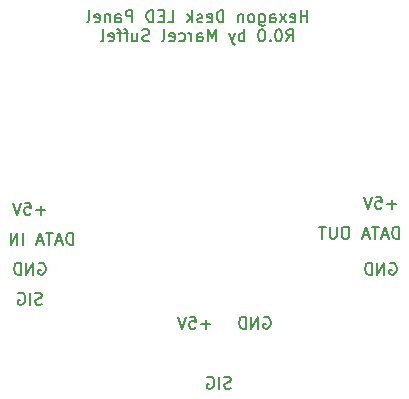
<source format=gbr>
%TF.GenerationSoftware,KiCad,Pcbnew,(6.0.4)*%
%TF.CreationDate,2022-04-25T15:33:24+02:00*%
%TF.ProjectId,HEX_PCB,4845585f-5043-4422-9e6b-696361645f70,rev?*%
%TF.SameCoordinates,Original*%
%TF.FileFunction,Legend,Bot*%
%TF.FilePolarity,Positive*%
%FSLAX46Y46*%
G04 Gerber Fmt 4.6, Leading zero omitted, Abs format (unit mm)*
G04 Created by KiCad (PCBNEW (6.0.4)) date 2022-04-25 15:33:24*
%MOMM*%
%LPD*%
G01*
G04 APERTURE LIST*
%ADD10C,0.150000*%
G04 APERTURE END LIST*
D10*
X116093714Y-110307428D02*
X115331809Y-110307428D01*
X115712761Y-110688380D02*
X115712761Y-109926476D01*
X114379428Y-109688380D02*
X114855619Y-109688380D01*
X114903238Y-110164571D01*
X114855619Y-110116952D01*
X114760380Y-110069333D01*
X114522285Y-110069333D01*
X114427047Y-110116952D01*
X114379428Y-110164571D01*
X114331809Y-110259809D01*
X114331809Y-110497904D01*
X114379428Y-110593142D01*
X114427047Y-110640761D01*
X114522285Y-110688380D01*
X114760380Y-110688380D01*
X114855619Y-110640761D01*
X114903238Y-110593142D01*
X114046095Y-109688380D02*
X113712761Y-110688380D01*
X113379428Y-109688380D01*
X102115809Y-125880761D02*
X101972952Y-125928380D01*
X101734857Y-125928380D01*
X101639619Y-125880761D01*
X101592000Y-125833142D01*
X101544380Y-125737904D01*
X101544380Y-125642666D01*
X101592000Y-125547428D01*
X101639619Y-125499809D01*
X101734857Y-125452190D01*
X101925333Y-125404571D01*
X102020571Y-125356952D01*
X102068190Y-125309333D01*
X102115809Y-125214095D01*
X102115809Y-125118857D01*
X102068190Y-125023619D01*
X102020571Y-124976000D01*
X101925333Y-124928380D01*
X101687238Y-124928380D01*
X101544380Y-124976000D01*
X101115809Y-125928380D02*
X101115809Y-124928380D01*
X100115809Y-124976000D02*
X100211047Y-124928380D01*
X100353904Y-124928380D01*
X100496761Y-124976000D01*
X100592000Y-125071238D01*
X100639619Y-125166476D01*
X100687238Y-125356952D01*
X100687238Y-125499809D01*
X100639619Y-125690285D01*
X100592000Y-125785523D01*
X100496761Y-125880761D01*
X100353904Y-125928380D01*
X100258666Y-125928380D01*
X100115809Y-125880761D01*
X100068190Y-125833142D01*
X100068190Y-125499809D01*
X100258666Y-125499809D01*
X104901904Y-119896000D02*
X104997142Y-119848380D01*
X105140000Y-119848380D01*
X105282857Y-119896000D01*
X105378095Y-119991238D01*
X105425714Y-120086476D01*
X105473333Y-120276952D01*
X105473333Y-120419809D01*
X105425714Y-120610285D01*
X105378095Y-120705523D01*
X105282857Y-120800761D01*
X105140000Y-120848380D01*
X105044761Y-120848380D01*
X104901904Y-120800761D01*
X104854285Y-120753142D01*
X104854285Y-120419809D01*
X105044761Y-120419809D01*
X104425714Y-120848380D02*
X104425714Y-119848380D01*
X103854285Y-120848380D01*
X103854285Y-119848380D01*
X103378095Y-120848380D02*
X103378095Y-119848380D01*
X103140000Y-119848380D01*
X102997142Y-119896000D01*
X102901904Y-119991238D01*
X102854285Y-120086476D01*
X102806666Y-120276952D01*
X102806666Y-120419809D01*
X102854285Y-120610285D01*
X102901904Y-120705523D01*
X102997142Y-120800761D01*
X103140000Y-120848380D01*
X103378095Y-120848380D01*
X100345714Y-120467428D02*
X99583809Y-120467428D01*
X99964761Y-120848380D02*
X99964761Y-120086476D01*
X98631428Y-119848380D02*
X99107619Y-119848380D01*
X99155238Y-120324571D01*
X99107619Y-120276952D01*
X99012380Y-120229333D01*
X98774285Y-120229333D01*
X98679047Y-120276952D01*
X98631428Y-120324571D01*
X98583809Y-120419809D01*
X98583809Y-120657904D01*
X98631428Y-120753142D01*
X98679047Y-120800761D01*
X98774285Y-120848380D01*
X99012380Y-120848380D01*
X99107619Y-120800761D01*
X99155238Y-120753142D01*
X98298095Y-119848380D02*
X97964761Y-120848380D01*
X97631428Y-119848380D01*
X88748857Y-113736380D02*
X88748857Y-112736380D01*
X88510761Y-112736380D01*
X88367904Y-112784000D01*
X88272666Y-112879238D01*
X88225047Y-112974476D01*
X88177428Y-113164952D01*
X88177428Y-113307809D01*
X88225047Y-113498285D01*
X88272666Y-113593523D01*
X88367904Y-113688761D01*
X88510761Y-113736380D01*
X88748857Y-113736380D01*
X87796476Y-113450666D02*
X87320285Y-113450666D01*
X87891714Y-113736380D02*
X87558380Y-112736380D01*
X87225047Y-113736380D01*
X87034571Y-112736380D02*
X86463142Y-112736380D01*
X86748857Y-113736380D02*
X86748857Y-112736380D01*
X86177428Y-113450666D02*
X85701238Y-113450666D01*
X86272666Y-113736380D02*
X85939333Y-112736380D01*
X85605999Y-113736380D01*
X84510761Y-113736380D02*
X84510761Y-112736380D01*
X84034571Y-113736380D02*
X84034571Y-112736380D01*
X83463142Y-113736380D01*
X83463142Y-112736380D01*
X86375714Y-110815428D02*
X85613809Y-110815428D01*
X85994761Y-111196380D02*
X85994761Y-110434476D01*
X84661428Y-110196380D02*
X85137619Y-110196380D01*
X85185238Y-110672571D01*
X85137619Y-110624952D01*
X85042380Y-110577333D01*
X84804285Y-110577333D01*
X84709047Y-110624952D01*
X84661428Y-110672571D01*
X84613809Y-110767809D01*
X84613809Y-111005904D01*
X84661428Y-111101142D01*
X84709047Y-111148761D01*
X84804285Y-111196380D01*
X85042380Y-111196380D01*
X85137619Y-111148761D01*
X85185238Y-111101142D01*
X84328095Y-110196380D02*
X83994761Y-111196380D01*
X83661428Y-110196380D01*
X86113809Y-118768761D02*
X85970952Y-118816380D01*
X85732857Y-118816380D01*
X85637619Y-118768761D01*
X85590000Y-118721142D01*
X85542380Y-118625904D01*
X85542380Y-118530666D01*
X85590000Y-118435428D01*
X85637619Y-118387809D01*
X85732857Y-118340190D01*
X85923333Y-118292571D01*
X86018571Y-118244952D01*
X86066190Y-118197333D01*
X86113809Y-118102095D01*
X86113809Y-118006857D01*
X86066190Y-117911619D01*
X86018571Y-117864000D01*
X85923333Y-117816380D01*
X85685238Y-117816380D01*
X85542380Y-117864000D01*
X85113809Y-118816380D02*
X85113809Y-117816380D01*
X84113809Y-117864000D02*
X84209047Y-117816380D01*
X84351904Y-117816380D01*
X84494761Y-117864000D01*
X84590000Y-117959238D01*
X84637619Y-118054476D01*
X84685238Y-118244952D01*
X84685238Y-118387809D01*
X84637619Y-118578285D01*
X84590000Y-118673523D01*
X84494761Y-118768761D01*
X84351904Y-118816380D01*
X84256666Y-118816380D01*
X84113809Y-118768761D01*
X84066190Y-118721142D01*
X84066190Y-118387809D01*
X84256666Y-118387809D01*
X85851904Y-115324000D02*
X85947142Y-115276380D01*
X86090000Y-115276380D01*
X86232857Y-115324000D01*
X86328095Y-115419238D01*
X86375714Y-115514476D01*
X86423333Y-115704952D01*
X86423333Y-115847809D01*
X86375714Y-116038285D01*
X86328095Y-116133523D01*
X86232857Y-116228761D01*
X86090000Y-116276380D01*
X85994761Y-116276380D01*
X85851904Y-116228761D01*
X85804285Y-116181142D01*
X85804285Y-115847809D01*
X85994761Y-115847809D01*
X85375714Y-116276380D02*
X85375714Y-115276380D01*
X84804285Y-116276380D01*
X84804285Y-115276380D01*
X84328095Y-116276380D02*
X84328095Y-115276380D01*
X84090000Y-115276380D01*
X83947142Y-115324000D01*
X83851904Y-115419238D01*
X83804285Y-115514476D01*
X83756666Y-115704952D01*
X83756666Y-115847809D01*
X83804285Y-116038285D01*
X83851904Y-116133523D01*
X83947142Y-116228761D01*
X84090000Y-116276380D01*
X84328095Y-116276380D01*
X108575904Y-94897380D02*
X108575904Y-93897380D01*
X108575904Y-94373571D02*
X108004476Y-94373571D01*
X108004476Y-94897380D02*
X108004476Y-93897380D01*
X107147333Y-94849761D02*
X107242571Y-94897380D01*
X107433047Y-94897380D01*
X107528285Y-94849761D01*
X107575904Y-94754523D01*
X107575904Y-94373571D01*
X107528285Y-94278333D01*
X107433047Y-94230714D01*
X107242571Y-94230714D01*
X107147333Y-94278333D01*
X107099714Y-94373571D01*
X107099714Y-94468809D01*
X107575904Y-94564047D01*
X106766380Y-94897380D02*
X106242571Y-94230714D01*
X106766380Y-94230714D02*
X106242571Y-94897380D01*
X105433047Y-94897380D02*
X105433047Y-94373571D01*
X105480666Y-94278333D01*
X105575904Y-94230714D01*
X105766380Y-94230714D01*
X105861619Y-94278333D01*
X105433047Y-94849761D02*
X105528285Y-94897380D01*
X105766380Y-94897380D01*
X105861619Y-94849761D01*
X105909238Y-94754523D01*
X105909238Y-94659285D01*
X105861619Y-94564047D01*
X105766380Y-94516428D01*
X105528285Y-94516428D01*
X105433047Y-94468809D01*
X104528285Y-94230714D02*
X104528285Y-95040238D01*
X104575904Y-95135476D01*
X104623523Y-95183095D01*
X104718761Y-95230714D01*
X104861619Y-95230714D01*
X104956857Y-95183095D01*
X104528285Y-94849761D02*
X104623523Y-94897380D01*
X104814000Y-94897380D01*
X104909238Y-94849761D01*
X104956857Y-94802142D01*
X105004476Y-94706904D01*
X105004476Y-94421190D01*
X104956857Y-94325952D01*
X104909238Y-94278333D01*
X104814000Y-94230714D01*
X104623523Y-94230714D01*
X104528285Y-94278333D01*
X103909238Y-94897380D02*
X104004476Y-94849761D01*
X104052095Y-94802142D01*
X104099714Y-94706904D01*
X104099714Y-94421190D01*
X104052095Y-94325952D01*
X104004476Y-94278333D01*
X103909238Y-94230714D01*
X103766380Y-94230714D01*
X103671142Y-94278333D01*
X103623523Y-94325952D01*
X103575904Y-94421190D01*
X103575904Y-94706904D01*
X103623523Y-94802142D01*
X103671142Y-94849761D01*
X103766380Y-94897380D01*
X103909238Y-94897380D01*
X103147333Y-94230714D02*
X103147333Y-94897380D01*
X103147333Y-94325952D02*
X103099714Y-94278333D01*
X103004476Y-94230714D01*
X102861619Y-94230714D01*
X102766380Y-94278333D01*
X102718761Y-94373571D01*
X102718761Y-94897380D01*
X101480666Y-94897380D02*
X101480666Y-93897380D01*
X101242571Y-93897380D01*
X101099714Y-93945000D01*
X101004476Y-94040238D01*
X100956857Y-94135476D01*
X100909238Y-94325952D01*
X100909238Y-94468809D01*
X100956857Y-94659285D01*
X101004476Y-94754523D01*
X101099714Y-94849761D01*
X101242571Y-94897380D01*
X101480666Y-94897380D01*
X100099714Y-94849761D02*
X100194952Y-94897380D01*
X100385428Y-94897380D01*
X100480666Y-94849761D01*
X100528285Y-94754523D01*
X100528285Y-94373571D01*
X100480666Y-94278333D01*
X100385428Y-94230714D01*
X100194952Y-94230714D01*
X100099714Y-94278333D01*
X100052095Y-94373571D01*
X100052095Y-94468809D01*
X100528285Y-94564047D01*
X99671142Y-94849761D02*
X99575904Y-94897380D01*
X99385428Y-94897380D01*
X99290190Y-94849761D01*
X99242571Y-94754523D01*
X99242571Y-94706904D01*
X99290190Y-94611666D01*
X99385428Y-94564047D01*
X99528285Y-94564047D01*
X99623523Y-94516428D01*
X99671142Y-94421190D01*
X99671142Y-94373571D01*
X99623523Y-94278333D01*
X99528285Y-94230714D01*
X99385428Y-94230714D01*
X99290190Y-94278333D01*
X98814000Y-94897380D02*
X98814000Y-93897380D01*
X98718761Y-94516428D02*
X98433047Y-94897380D01*
X98433047Y-94230714D02*
X98814000Y-94611666D01*
X96766380Y-94897380D02*
X97242571Y-94897380D01*
X97242571Y-93897380D01*
X96433047Y-94373571D02*
X96099714Y-94373571D01*
X95956857Y-94897380D02*
X96433047Y-94897380D01*
X96433047Y-93897380D01*
X95956857Y-93897380D01*
X95528285Y-94897380D02*
X95528285Y-93897380D01*
X95290190Y-93897380D01*
X95147333Y-93945000D01*
X95052095Y-94040238D01*
X95004476Y-94135476D01*
X94956857Y-94325952D01*
X94956857Y-94468809D01*
X95004476Y-94659285D01*
X95052095Y-94754523D01*
X95147333Y-94849761D01*
X95290190Y-94897380D01*
X95528285Y-94897380D01*
X93766380Y-94897380D02*
X93766380Y-93897380D01*
X93385428Y-93897380D01*
X93290190Y-93945000D01*
X93242571Y-93992619D01*
X93194952Y-94087857D01*
X93194952Y-94230714D01*
X93242571Y-94325952D01*
X93290190Y-94373571D01*
X93385428Y-94421190D01*
X93766380Y-94421190D01*
X92337809Y-94897380D02*
X92337809Y-94373571D01*
X92385428Y-94278333D01*
X92480666Y-94230714D01*
X92671142Y-94230714D01*
X92766380Y-94278333D01*
X92337809Y-94849761D02*
X92433047Y-94897380D01*
X92671142Y-94897380D01*
X92766380Y-94849761D01*
X92814000Y-94754523D01*
X92814000Y-94659285D01*
X92766380Y-94564047D01*
X92671142Y-94516428D01*
X92433047Y-94516428D01*
X92337809Y-94468809D01*
X91861619Y-94230714D02*
X91861619Y-94897380D01*
X91861619Y-94325952D02*
X91814000Y-94278333D01*
X91718761Y-94230714D01*
X91575904Y-94230714D01*
X91480666Y-94278333D01*
X91433047Y-94373571D01*
X91433047Y-94897380D01*
X90575904Y-94849761D02*
X90671142Y-94897380D01*
X90861619Y-94897380D01*
X90956857Y-94849761D01*
X91004476Y-94754523D01*
X91004476Y-94373571D01*
X90956857Y-94278333D01*
X90861619Y-94230714D01*
X90671142Y-94230714D01*
X90575904Y-94278333D01*
X90528285Y-94373571D01*
X90528285Y-94468809D01*
X91004476Y-94564047D01*
X89956857Y-94897380D02*
X90052095Y-94849761D01*
X90099714Y-94754523D01*
X90099714Y-93897380D01*
X106814000Y-96507380D02*
X107147333Y-96031190D01*
X107385428Y-96507380D02*
X107385428Y-95507380D01*
X107004476Y-95507380D01*
X106909238Y-95555000D01*
X106861619Y-95602619D01*
X106814000Y-95697857D01*
X106814000Y-95840714D01*
X106861619Y-95935952D01*
X106909238Y-95983571D01*
X107004476Y-96031190D01*
X107385428Y-96031190D01*
X106194952Y-95507380D02*
X106099714Y-95507380D01*
X106004476Y-95555000D01*
X105956857Y-95602619D01*
X105909238Y-95697857D01*
X105861619Y-95888333D01*
X105861619Y-96126428D01*
X105909238Y-96316904D01*
X105956857Y-96412142D01*
X106004476Y-96459761D01*
X106099714Y-96507380D01*
X106194952Y-96507380D01*
X106290190Y-96459761D01*
X106337809Y-96412142D01*
X106385428Y-96316904D01*
X106433047Y-96126428D01*
X106433047Y-95888333D01*
X106385428Y-95697857D01*
X106337809Y-95602619D01*
X106290190Y-95555000D01*
X106194952Y-95507380D01*
X105433047Y-96412142D02*
X105385428Y-96459761D01*
X105433047Y-96507380D01*
X105480666Y-96459761D01*
X105433047Y-96412142D01*
X105433047Y-96507380D01*
X104766380Y-95507380D02*
X104671142Y-95507380D01*
X104575904Y-95555000D01*
X104528285Y-95602619D01*
X104480666Y-95697857D01*
X104433047Y-95888333D01*
X104433047Y-96126428D01*
X104480666Y-96316904D01*
X104528285Y-96412142D01*
X104575904Y-96459761D01*
X104671142Y-96507380D01*
X104766380Y-96507380D01*
X104861619Y-96459761D01*
X104909238Y-96412142D01*
X104956857Y-96316904D01*
X105004476Y-96126428D01*
X105004476Y-95888333D01*
X104956857Y-95697857D01*
X104909238Y-95602619D01*
X104861619Y-95555000D01*
X104766380Y-95507380D01*
X103242571Y-96507380D02*
X103242571Y-95507380D01*
X103242571Y-95888333D02*
X103147333Y-95840714D01*
X102956857Y-95840714D01*
X102861619Y-95888333D01*
X102814000Y-95935952D01*
X102766380Y-96031190D01*
X102766380Y-96316904D01*
X102814000Y-96412142D01*
X102861619Y-96459761D01*
X102956857Y-96507380D01*
X103147333Y-96507380D01*
X103242571Y-96459761D01*
X102433047Y-95840714D02*
X102194952Y-96507380D01*
X101956857Y-95840714D02*
X102194952Y-96507380D01*
X102290190Y-96745476D01*
X102337809Y-96793095D01*
X102433047Y-96840714D01*
X100814000Y-96507380D02*
X100814000Y-95507380D01*
X100480666Y-96221666D01*
X100147333Y-95507380D01*
X100147333Y-96507380D01*
X99242571Y-96507380D02*
X99242571Y-95983571D01*
X99290190Y-95888333D01*
X99385428Y-95840714D01*
X99575904Y-95840714D01*
X99671142Y-95888333D01*
X99242571Y-96459761D02*
X99337809Y-96507380D01*
X99575904Y-96507380D01*
X99671142Y-96459761D01*
X99718761Y-96364523D01*
X99718761Y-96269285D01*
X99671142Y-96174047D01*
X99575904Y-96126428D01*
X99337809Y-96126428D01*
X99242571Y-96078809D01*
X98766380Y-96507380D02*
X98766380Y-95840714D01*
X98766380Y-96031190D02*
X98718761Y-95935952D01*
X98671142Y-95888333D01*
X98575904Y-95840714D01*
X98480666Y-95840714D01*
X97718761Y-96459761D02*
X97814000Y-96507380D01*
X98004476Y-96507380D01*
X98099714Y-96459761D01*
X98147333Y-96412142D01*
X98194952Y-96316904D01*
X98194952Y-96031190D01*
X98147333Y-95935952D01*
X98099714Y-95888333D01*
X98004476Y-95840714D01*
X97814000Y-95840714D01*
X97718761Y-95888333D01*
X96909238Y-96459761D02*
X97004476Y-96507380D01*
X97194952Y-96507380D01*
X97290190Y-96459761D01*
X97337809Y-96364523D01*
X97337809Y-95983571D01*
X97290190Y-95888333D01*
X97194952Y-95840714D01*
X97004476Y-95840714D01*
X96909238Y-95888333D01*
X96861619Y-95983571D01*
X96861619Y-96078809D01*
X97337809Y-96174047D01*
X96290190Y-96507380D02*
X96385428Y-96459761D01*
X96433047Y-96364523D01*
X96433047Y-95507380D01*
X95194952Y-96459761D02*
X95052095Y-96507380D01*
X94814000Y-96507380D01*
X94718761Y-96459761D01*
X94671142Y-96412142D01*
X94623523Y-96316904D01*
X94623523Y-96221666D01*
X94671142Y-96126428D01*
X94718761Y-96078809D01*
X94814000Y-96031190D01*
X95004476Y-95983571D01*
X95099714Y-95935952D01*
X95147333Y-95888333D01*
X95194952Y-95793095D01*
X95194952Y-95697857D01*
X95147333Y-95602619D01*
X95099714Y-95555000D01*
X95004476Y-95507380D01*
X94766380Y-95507380D01*
X94623523Y-95555000D01*
X93766380Y-95840714D02*
X93766380Y-96507380D01*
X94194952Y-95840714D02*
X94194952Y-96364523D01*
X94147333Y-96459761D01*
X94052095Y-96507380D01*
X93909238Y-96507380D01*
X93814000Y-96459761D01*
X93766380Y-96412142D01*
X93433047Y-95840714D02*
X93052095Y-95840714D01*
X93290190Y-96507380D02*
X93290190Y-95650238D01*
X93242571Y-95555000D01*
X93147333Y-95507380D01*
X93052095Y-95507380D01*
X92861619Y-95840714D02*
X92480666Y-95840714D01*
X92718761Y-96507380D02*
X92718761Y-95650238D01*
X92671142Y-95555000D01*
X92575904Y-95507380D01*
X92480666Y-95507380D01*
X91766380Y-96459761D02*
X91861619Y-96507380D01*
X92052095Y-96507380D01*
X92147333Y-96459761D01*
X92194952Y-96364523D01*
X92194952Y-95983571D01*
X92147333Y-95888333D01*
X92052095Y-95840714D01*
X91861619Y-95840714D01*
X91766380Y-95888333D01*
X91718761Y-95983571D01*
X91718761Y-96078809D01*
X92194952Y-96174047D01*
X91147333Y-96507380D02*
X91242571Y-96459761D01*
X91290190Y-96364523D01*
X91290190Y-95507380D01*
X116339523Y-113228380D02*
X116339523Y-112228380D01*
X116101428Y-112228380D01*
X115958571Y-112276000D01*
X115863333Y-112371238D01*
X115815714Y-112466476D01*
X115768095Y-112656952D01*
X115768095Y-112799809D01*
X115815714Y-112990285D01*
X115863333Y-113085523D01*
X115958571Y-113180761D01*
X116101428Y-113228380D01*
X116339523Y-113228380D01*
X115387142Y-112942666D02*
X114910952Y-112942666D01*
X115482380Y-113228380D02*
X115149047Y-112228380D01*
X114815714Y-113228380D01*
X114625238Y-112228380D02*
X114053809Y-112228380D01*
X114339523Y-113228380D02*
X114339523Y-112228380D01*
X113768095Y-112942666D02*
X113291904Y-112942666D01*
X113863333Y-113228380D02*
X113530000Y-112228380D01*
X113196666Y-113228380D01*
X111910952Y-112228380D02*
X111720476Y-112228380D01*
X111625238Y-112276000D01*
X111530000Y-112371238D01*
X111482380Y-112561714D01*
X111482380Y-112895047D01*
X111530000Y-113085523D01*
X111625238Y-113180761D01*
X111720476Y-113228380D01*
X111910952Y-113228380D01*
X112006190Y-113180761D01*
X112101428Y-113085523D01*
X112149047Y-112895047D01*
X112149047Y-112561714D01*
X112101428Y-112371238D01*
X112006190Y-112276000D01*
X111910952Y-112228380D01*
X111053809Y-112228380D02*
X111053809Y-113037904D01*
X111006190Y-113133142D01*
X110958571Y-113180761D01*
X110863333Y-113228380D01*
X110672857Y-113228380D01*
X110577619Y-113180761D01*
X110530000Y-113133142D01*
X110482380Y-113037904D01*
X110482380Y-112228380D01*
X110149047Y-112228380D02*
X109577619Y-112228380D01*
X109863333Y-113228380D02*
X109863333Y-112228380D01*
X115569904Y-115324000D02*
X115665142Y-115276380D01*
X115808000Y-115276380D01*
X115950857Y-115324000D01*
X116046095Y-115419238D01*
X116093714Y-115514476D01*
X116141333Y-115704952D01*
X116141333Y-115847809D01*
X116093714Y-116038285D01*
X116046095Y-116133523D01*
X115950857Y-116228761D01*
X115808000Y-116276380D01*
X115712761Y-116276380D01*
X115569904Y-116228761D01*
X115522285Y-116181142D01*
X115522285Y-115847809D01*
X115712761Y-115847809D01*
X115093714Y-116276380D02*
X115093714Y-115276380D01*
X114522285Y-116276380D01*
X114522285Y-115276380D01*
X114046095Y-116276380D02*
X114046095Y-115276380D01*
X113808000Y-115276380D01*
X113665142Y-115324000D01*
X113569904Y-115419238D01*
X113522285Y-115514476D01*
X113474666Y-115704952D01*
X113474666Y-115847809D01*
X113522285Y-116038285D01*
X113569904Y-116133523D01*
X113665142Y-116228761D01*
X113808000Y-116276380D01*
X114046095Y-116276380D01*
M02*

</source>
